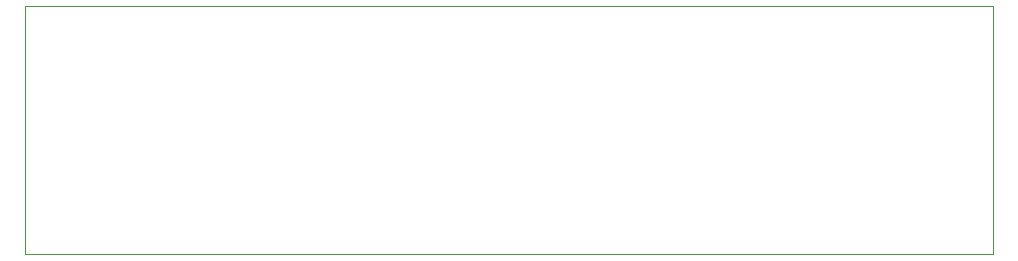
<source format=gbr>
%TF.GenerationSoftware,KiCad,Pcbnew,(5.1.6)-1*%
%TF.CreationDate,2021-12-11T15:19:36-08:00*%
%TF.ProjectId,PCB,5043422e-6b69-4636-9164-5f7063625858,rev?*%
%TF.SameCoordinates,Original*%
%TF.FileFunction,Profile,NP*%
%FSLAX46Y46*%
G04 Gerber Fmt 4.6, Leading zero omitted, Abs format (unit mm)*
G04 Created by KiCad (PCBNEW (5.1.6)-1) date 2021-12-11 15:19:36*
%MOMM*%
%LPD*%
G01*
G04 APERTURE LIST*
%TA.AperFunction,Profile*%
%ADD10C,0.100000*%
%TD*%
G04 APERTURE END LIST*
D10*
X166000000Y-67000000D02*
X166000000Y-88000000D01*
X84000000Y-67000000D02*
X166000000Y-67000000D01*
X84000000Y-88000000D02*
X84000000Y-67000000D01*
X166000000Y-88000000D02*
X84000000Y-88000000D01*
M02*

</source>
